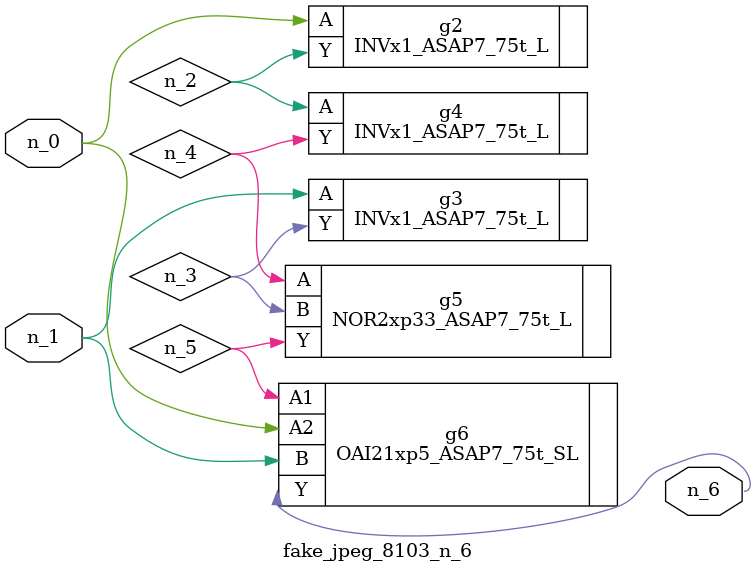
<source format=v>
module fake_jpeg_8103_n_6 (n_0, n_1, n_6);

input n_0;
input n_1;

output n_6;

wire n_3;
wire n_2;
wire n_4;
wire n_5;

INVx1_ASAP7_75t_L g2 ( 
.A(n_0),
.Y(n_2)
);

INVx1_ASAP7_75t_L g3 ( 
.A(n_1),
.Y(n_3)
);

INVx1_ASAP7_75t_L g4 ( 
.A(n_2),
.Y(n_4)
);

NOR2xp33_ASAP7_75t_L g5 ( 
.A(n_4),
.B(n_3),
.Y(n_5)
);

OAI21xp5_ASAP7_75t_SL g6 ( 
.A1(n_5),
.A2(n_0),
.B(n_1),
.Y(n_6)
);


endmodule
</source>
